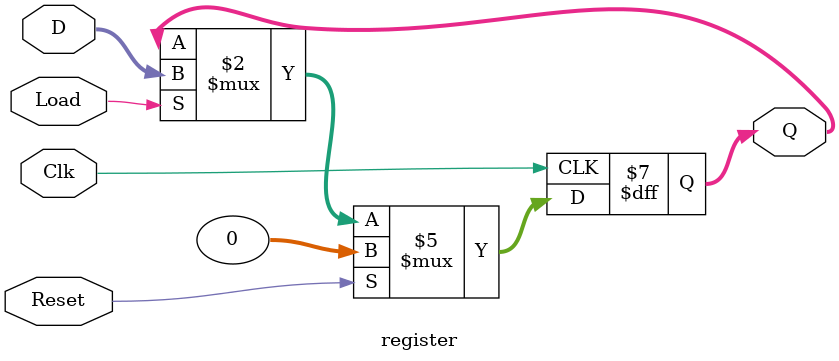
<source format=sv>
module register #(parameter WIDTH=32)
(input  logic Clk, Reset, Load,
              input  logic [WIDTH-1:0]  D,
              output logic [WIDTH-1:0]  Q);

    always_ff @ (posedge Clk)
    begin
	 	 if (Reset) //notice, this is a synchronous reset, which is recommended on the FPGA
			  Q <= {WIDTH{1'b0}};
		 else if (Load)
			  Q <= D;
    end
	
endmodule

</source>
